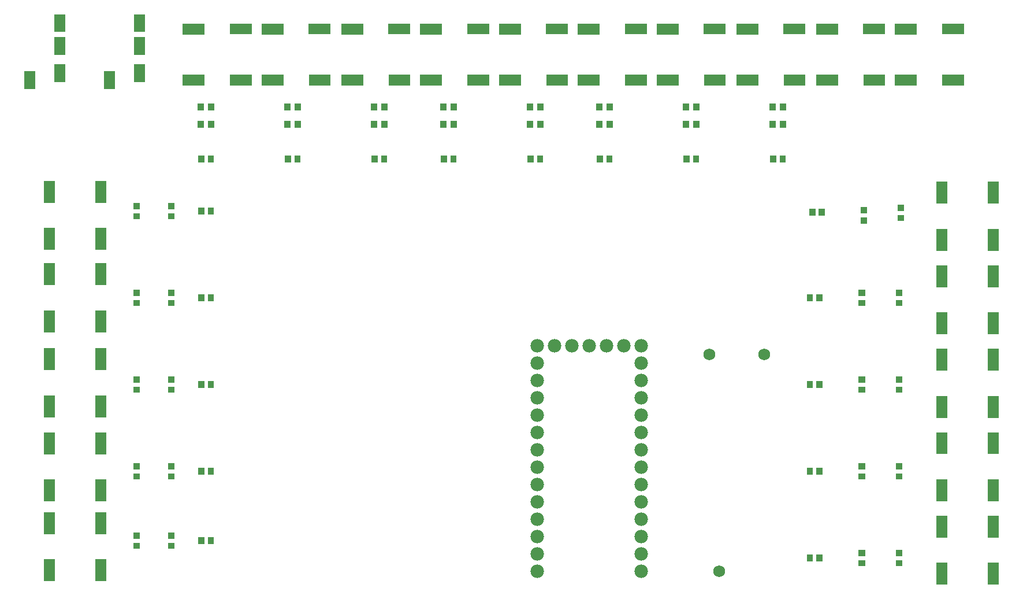
<source format=gts>
G04 Layer: TopSolderMaskLayer*
G04 Gerber Generator version 0.2*
G04 Scale: 100 percent, Rotated: No, Reflected: No *
G04 Dimensions in millimeters *
G04 leading zeros omitted , absolute positions ,4 integer and 5 decimal *
%FSLAX45Y45*%
%MOMM*%

%ADD25R,3.2016X1.6016*%
%ADD28C,1.9812*%
%ADD29C,1.7272*%

%LPD*%
G36*
X-443737Y7223760D02*
G01*
X-443737Y7483855D01*
X-283718Y7483855D01*
X-283718Y7223760D01*
G37*
G36*
X-884681Y7123684D02*
G01*
X-884681Y7384034D01*
X-724662Y7384034D01*
X-724662Y7123684D01*
G37*
G36*
X-443737Y7623810D02*
G01*
X-443737Y7883905D01*
X-283718Y7883905D01*
X-283718Y7623810D01*
G37*
G36*
X-443737Y7957565D02*
G01*
X-443737Y8217915D01*
X-283718Y8217915D01*
X-283718Y7957565D01*
G37*
G36*
X724662Y7223760D02*
G01*
X724662Y7483855D01*
X884681Y7483855D01*
X884681Y7223760D01*
G37*
G36*
X283718Y7123684D02*
G01*
X283718Y7384034D01*
X443737Y7384034D01*
X443737Y7123684D01*
G37*
G36*
X724662Y7623810D02*
G01*
X724662Y7883905D01*
X884681Y7883905D01*
X884681Y7623810D01*
G37*
G36*
X724662Y7957565D02*
G01*
X724662Y8217915D01*
X884681Y8217915D01*
X884681Y7957565D01*
G37*
G36*
X1802892Y5283962D02*
G01*
X1802892Y5384037D01*
X1893062Y5384037D01*
X1893062Y5283962D01*
G37*
G36*
X1662937Y5283962D02*
G01*
X1662937Y5384037D01*
X1753107Y5384037D01*
X1753107Y5283962D01*
G37*
G36*
X10759693Y5271262D02*
G01*
X10759693Y5371337D01*
X10849863Y5371337D01*
X10849863Y5271262D01*
G37*
G36*
X10619486Y5271262D02*
G01*
X10619486Y5371337D01*
X10709656Y5371337D01*
X10709656Y5271262D01*
G37*
G36*
X10724641Y4013962D02*
G01*
X10724641Y4114037D01*
X10814811Y4114037D01*
X10814811Y4013962D01*
G37*
G36*
X10584688Y4013962D02*
G01*
X10584688Y4114037D01*
X10674858Y4114037D01*
X10674858Y4013962D01*
G37*
G36*
X10724641Y2743962D02*
G01*
X10724641Y2844037D01*
X10814811Y2844037D01*
X10814811Y2743962D01*
G37*
G36*
X10584688Y2743962D02*
G01*
X10584688Y2844037D01*
X10674858Y2844037D01*
X10674858Y2743962D01*
G37*
G36*
X10724641Y1473962D02*
G01*
X10724641Y1574037D01*
X10814811Y1574037D01*
X10814811Y1473962D01*
G37*
G36*
X10584688Y1473962D02*
G01*
X10584688Y1574037D01*
X10674858Y1574037D01*
X10674858Y1473962D01*
G37*
G36*
X10724641Y203962D02*
G01*
X10724641Y304037D01*
X10814811Y304037D01*
X10814811Y203962D01*
G37*
G36*
X10584688Y203962D02*
G01*
X10584688Y304037D01*
X10674858Y304037D01*
X10674858Y203962D01*
G37*
G36*
X1802892Y4013962D02*
G01*
X1802892Y4114037D01*
X1893062Y4114037D01*
X1893062Y4013962D01*
G37*
G36*
X1662937Y4013962D02*
G01*
X1662937Y4114037D01*
X1753107Y4114037D01*
X1753107Y4013962D01*
G37*
G36*
X1802892Y2743962D02*
G01*
X1802892Y2844037D01*
X1893062Y2844037D01*
X1893062Y2743962D01*
G37*
G36*
X1662937Y2743962D02*
G01*
X1662937Y2844037D01*
X1753107Y2844037D01*
X1753107Y2743962D01*
G37*
G36*
X1802892Y1473962D02*
G01*
X1802892Y1574037D01*
X1893062Y1574037D01*
X1893062Y1473962D01*
G37*
G36*
X1662937Y1473962D02*
G01*
X1662937Y1574037D01*
X1753107Y1574037D01*
X1753107Y1473962D01*
G37*
G36*
X1802892Y457962D02*
G01*
X1802892Y558037D01*
X1893062Y558037D01*
X1893062Y457962D01*
G37*
G36*
X1662937Y457962D02*
G01*
X1662937Y558037D01*
X1753107Y558037D01*
X1753107Y457962D01*
G37*
G36*
X1802892Y6045962D02*
G01*
X1802892Y6146037D01*
X1893062Y6146037D01*
X1893062Y6045962D01*
G37*
G36*
X1662937Y6045962D02*
G01*
X1662937Y6146037D01*
X1753107Y6146037D01*
X1753107Y6045962D01*
G37*
G36*
X3072891Y6045962D02*
G01*
X3072891Y6146037D01*
X3163061Y6146037D01*
X3163061Y6045962D01*
G37*
G36*
X2932938Y6045962D02*
G01*
X2932938Y6146037D01*
X3023108Y6146037D01*
X3023108Y6045962D01*
G37*
G36*
X4342891Y6045962D02*
G01*
X4342891Y6146037D01*
X4433061Y6146037D01*
X4433061Y6045962D01*
G37*
G36*
X4202938Y6045962D02*
G01*
X4202938Y6146037D01*
X4293108Y6146037D01*
X4293108Y6045962D01*
G37*
G36*
X5358891Y6045962D02*
G01*
X5358891Y6146037D01*
X5449061Y6146037D01*
X5449061Y6045962D01*
G37*
G36*
X5218938Y6045962D02*
G01*
X5218938Y6146037D01*
X5309108Y6146037D01*
X5309108Y6045962D01*
G37*
G36*
X6628891Y6045962D02*
G01*
X6628891Y6146037D01*
X6719061Y6146037D01*
X6719061Y6045962D01*
G37*
G36*
X6488938Y6045962D02*
G01*
X6488938Y6146037D01*
X6579108Y6146037D01*
X6579108Y6045962D01*
G37*
G36*
X7644891Y6045962D02*
G01*
X7644891Y6146037D01*
X7735061Y6146037D01*
X7735061Y6045962D01*
G37*
G36*
X7504938Y6045962D02*
G01*
X7504938Y6146037D01*
X7595108Y6146037D01*
X7595108Y6045962D01*
G37*
G36*
X8914891Y6045962D02*
G01*
X8914891Y6146037D01*
X9005061Y6146037D01*
X9005061Y6045962D01*
G37*
G36*
X8774938Y6045962D02*
G01*
X8774938Y6146037D01*
X8865108Y6146037D01*
X8865108Y6045962D01*
G37*
G36*
X10184891Y6045962D02*
G01*
X10184891Y6146037D01*
X10275061Y6146037D01*
X10275061Y6045962D01*
G37*
G36*
X10044938Y6045962D02*
G01*
X10044938Y6146037D01*
X10135108Y6146037D01*
X10135108Y6045962D01*
G37*
G36*
X12486131Y-136905D02*
G01*
X12486131Y183387D01*
X12646406Y183387D01*
X12646406Y-136905D01*
G37*
G36*
X13236193Y553212D02*
G01*
X13236193Y873505D01*
X13396468Y873505D01*
X13396468Y553212D01*
G37*
G36*
X12486131Y553212D02*
G01*
X12486131Y873505D01*
X12646406Y873505D01*
X12646406Y553212D01*
G37*
G36*
X13236193Y-136905D02*
G01*
X13236193Y183387D01*
X13396468Y183387D01*
X13396468Y-136905D01*
G37*
G36*
X12486131Y1085595D02*
G01*
X12486131Y1405636D01*
X12646406Y1405636D01*
X12646406Y1085595D01*
G37*
G36*
X13236193Y1775713D02*
G01*
X13236193Y2095754D01*
X13396468Y2095754D01*
X13396468Y1775713D01*
G37*
G36*
X12486131Y1775713D02*
G01*
X12486131Y2095754D01*
X12646406Y2095754D01*
X12646406Y1775713D01*
G37*
G36*
X13236193Y1085595D02*
G01*
X13236193Y1405636D01*
X13396468Y1405636D01*
X13396468Y1085595D01*
G37*
G36*
X12486131Y2307844D02*
G01*
X12486131Y2628137D01*
X12646406Y2628137D01*
X12646406Y2307844D01*
G37*
G36*
X13236193Y2997962D02*
G01*
X13236193Y3318255D01*
X13396468Y3318255D01*
X13396468Y2997962D01*
G37*
G36*
X12486131Y2997962D02*
G01*
X12486131Y3318255D01*
X12646406Y3318255D01*
X12646406Y2997962D01*
G37*
G36*
X13236193Y2307844D02*
G01*
X13236193Y2628137D01*
X13396468Y2628137D01*
X13396468Y2307844D01*
G37*
G36*
X12486131Y3530345D02*
G01*
X12486131Y3850386D01*
X12646406Y3850386D01*
X12646406Y3530345D01*
G37*
G36*
X13236193Y4220463D02*
G01*
X13236193Y4540504D01*
X13396468Y4540504D01*
X13396468Y4220463D01*
G37*
G36*
X12486131Y4220463D02*
G01*
X12486131Y4540504D01*
X12646406Y4540504D01*
X12646406Y4220463D01*
G37*
G36*
X13236193Y3530345D02*
G01*
X13236193Y3850386D01*
X13396468Y3850386D01*
X13396468Y3530345D01*
G37*
G36*
X12486131Y4752594D02*
G01*
X12486131Y5072887D01*
X12646406Y5072887D01*
X12646406Y4752594D01*
G37*
G36*
X13236193Y5442712D02*
G01*
X13236193Y5763005D01*
X13396468Y5763005D01*
X13396468Y5442712D01*
G37*
G36*
X12486131Y5442712D02*
G01*
X12486131Y5763005D01*
X12646406Y5763005D01*
X12646406Y5442712D01*
G37*
G36*
X13236193Y4752594D02*
G01*
X13236193Y5072887D01*
X13396468Y5072887D01*
X13396468Y4752594D01*
G37*
G36*
X155194Y5455412D02*
G01*
X155194Y5775705D01*
X315468Y5775705D01*
X315468Y5455412D01*
G37*
G36*
X-594868Y4765294D02*
G01*
X-594868Y5085587D01*
X-434594Y5085587D01*
X-434594Y4765294D01*
G37*
G36*
X155194Y4765294D02*
G01*
X155194Y5085587D01*
X315468Y5085587D01*
X315468Y4765294D01*
G37*
G36*
X-594868Y5455412D02*
G01*
X-594868Y5775705D01*
X-434594Y5775705D01*
X-434594Y5455412D01*
G37*
G36*
X155194Y4248912D02*
G01*
X155194Y4569205D01*
X315468Y4569205D01*
X315468Y4248912D01*
G37*
G36*
X-594868Y3558794D02*
G01*
X-594868Y3879087D01*
X-434594Y3879087D01*
X-434594Y3558794D01*
G37*
G36*
X155194Y3558794D02*
G01*
X155194Y3879087D01*
X315468Y3879087D01*
X315468Y3558794D01*
G37*
G36*
X-594868Y4248912D02*
G01*
X-594868Y4569205D01*
X-434594Y4569205D01*
X-434594Y4248912D01*
G37*
G36*
X155194Y3004312D02*
G01*
X155194Y3324605D01*
X315468Y3324605D01*
X315468Y3004312D01*
G37*
G36*
X-594868Y2314194D02*
G01*
X-594868Y2634487D01*
X-434594Y2634487D01*
X-434594Y2314194D01*
G37*
G36*
X155194Y2314194D02*
G01*
X155194Y2634487D01*
X315468Y2634487D01*
X315468Y2314194D01*
G37*
G36*
X-594868Y3004312D02*
G01*
X-594868Y3324605D01*
X-434594Y3324605D01*
X-434594Y3004312D01*
G37*
G36*
X155194Y1772412D02*
G01*
X155194Y2092705D01*
X315468Y2092705D01*
X315468Y1772412D01*
G37*
G36*
X-594868Y1082294D02*
G01*
X-594868Y1402587D01*
X-434594Y1402587D01*
X-434594Y1082294D01*
G37*
G36*
X155194Y1082294D02*
G01*
X155194Y1402587D01*
X315468Y1402587D01*
X315468Y1082294D01*
G37*
G36*
X-594868Y1772412D02*
G01*
X-594868Y2092705D01*
X-434594Y2092705D01*
X-434594Y1772412D01*
G37*
G36*
X155194Y604012D02*
G01*
X155194Y924305D01*
X315468Y924305D01*
X315468Y604012D01*
G37*
G36*
X-594868Y-86105D02*
G01*
X-594868Y234187D01*
X-434594Y234187D01*
X-434594Y-86105D01*
G37*
G36*
X155194Y-86105D02*
G01*
X155194Y234187D01*
X315468Y234187D01*
X315468Y-86105D01*
G37*
G36*
X-594868Y604012D02*
G01*
X-594868Y924305D01*
X-434594Y924305D01*
X-434594Y604012D01*
G37*
G36*
X2128011Y7170928D02*
G01*
X2128011Y7330947D01*
X2448306Y7330947D01*
X2448306Y7170928D01*
G37*
G36*
X1437894Y7920989D02*
G01*
X1437894Y8081010D01*
X1758187Y8081010D01*
X1758187Y7920989D01*
G37*
G36*
X1437894Y7170928D02*
G01*
X1437894Y7330947D01*
X1758187Y7330947D01*
X1758187Y7170928D01*
G37*
D25*
G01*
X2288108Y8000949D03*
G36*
X3283711Y7170928D02*
G01*
X3283711Y7330947D01*
X3604006Y7330947D01*
X3604006Y7170928D01*
G37*
G36*
X2593593Y7920989D02*
G01*
X2593593Y8081010D01*
X2913888Y8081010D01*
X2913888Y7920989D01*
G37*
G36*
X2593593Y7170928D02*
G01*
X2593593Y7330947D01*
X2913888Y7330947D01*
X2913888Y7170928D01*
G37*
G01*
X3443808Y8000949D03*
G36*
X4452111Y7170928D02*
G01*
X4452111Y7330947D01*
X4772406Y7330947D01*
X4772406Y7170928D01*
G37*
G36*
X3761993Y7920989D02*
G01*
X3761993Y8081010D01*
X4082288Y8081010D01*
X4082288Y7920989D01*
G37*
G36*
X3761993Y7170928D02*
G01*
X3761993Y7330947D01*
X4082288Y7330947D01*
X4082288Y7170928D01*
G37*
G01*
X4612208Y8000949D03*
G36*
X5607811Y7170928D02*
G01*
X5607811Y7330947D01*
X5928106Y7330947D01*
X5928106Y7170928D01*
G37*
G36*
X4917693Y7920989D02*
G01*
X4917693Y8081010D01*
X5237988Y8081010D01*
X5237988Y7920989D01*
G37*
G36*
X4917693Y7170928D02*
G01*
X4917693Y7330947D01*
X5237988Y7330947D01*
X5237988Y7170928D01*
G37*
G01*
X5767908Y8000949D03*
G36*
X6763511Y7170928D02*
G01*
X6763511Y7330947D01*
X7083806Y7330947D01*
X7083806Y7170928D01*
G37*
G36*
X6073393Y7920989D02*
G01*
X6073393Y8081010D01*
X6393688Y8081010D01*
X6393688Y7920989D01*
G37*
G36*
X6073393Y7170928D02*
G01*
X6073393Y7330947D01*
X6393688Y7330947D01*
X6393688Y7170928D01*
G37*
G01*
X6923608Y8000949D03*
G36*
X7919211Y7170928D02*
G01*
X7919211Y7330947D01*
X8239506Y7330947D01*
X8239506Y7170928D01*
G37*
G36*
X7229093Y7920989D02*
G01*
X7229093Y8081010D01*
X7549388Y8081010D01*
X7549388Y7920989D01*
G37*
G36*
X7229093Y7170928D02*
G01*
X7229093Y7330947D01*
X7549388Y7330947D01*
X7549388Y7170928D01*
G37*
G01*
X8079308Y8000949D03*
G36*
X9074911Y7170928D02*
G01*
X9074911Y7330947D01*
X9395206Y7330947D01*
X9395206Y7170928D01*
G37*
G36*
X8384793Y7920989D02*
G01*
X8384793Y8081010D01*
X8705088Y8081010D01*
X8705088Y7920989D01*
G37*
G36*
X8384793Y7170928D02*
G01*
X8384793Y7330947D01*
X8705088Y7330947D01*
X8705088Y7170928D01*
G37*
G01*
X9235008Y8000949D03*
G36*
X10243311Y7170928D02*
G01*
X10243311Y7330947D01*
X10563606Y7330947D01*
X10563606Y7170928D01*
G37*
G36*
X9553193Y7920989D02*
G01*
X9553193Y8081010D01*
X9873488Y8081010D01*
X9873488Y7920989D01*
G37*
G36*
X9553193Y7170928D02*
G01*
X9553193Y7330947D01*
X9873488Y7330947D01*
X9873488Y7170928D01*
G37*
G01*
X10403408Y8000949D03*
G36*
X11411711Y7170928D02*
G01*
X11411711Y7330947D01*
X11732006Y7330947D01*
X11732006Y7170928D01*
G37*
G36*
X10721593Y7920989D02*
G01*
X10721593Y8081010D01*
X11041888Y8081010D01*
X11041888Y7920989D01*
G37*
G36*
X10721593Y7170928D02*
G01*
X10721593Y7330947D01*
X11041888Y7330947D01*
X11041888Y7170928D01*
G37*
G01*
X11571808Y8000949D03*
G36*
X12567411Y7170928D02*
G01*
X12567411Y7330947D01*
X12887706Y7330947D01*
X12887706Y7170928D01*
G37*
G36*
X11877293Y7920989D02*
G01*
X11877293Y8081010D01*
X12197588Y8081010D01*
X12197588Y7920989D01*
G37*
G36*
X11877293Y7170928D02*
G01*
X11877293Y7330947D01*
X12197588Y7330947D01*
X12197588Y7170928D01*
G37*
G01*
X12727508Y8000949D03*
G36*
X1221739Y5363971D02*
G01*
X1221739Y5454650D01*
X1318260Y5454650D01*
X1318260Y5363971D01*
G37*
G36*
X1221739Y5213350D02*
G01*
X1221739Y5304028D01*
X1318260Y5304028D01*
X1318260Y5213350D01*
G37*
G36*
X713739Y5363971D02*
G01*
X713739Y5454650D01*
X810260Y5454650D01*
X810260Y5363971D01*
G37*
G36*
X713739Y5213350D02*
G01*
X713739Y5304028D01*
X810260Y5304028D01*
X810260Y5213350D01*
G37*
G36*
X11372088Y5300471D02*
G01*
X11372088Y5391150D01*
X11468861Y5391150D01*
X11468861Y5300471D01*
G37*
G36*
X11372088Y5149850D02*
G01*
X11372088Y5240528D01*
X11468861Y5240528D01*
X11468861Y5149850D01*
G37*
G36*
X11915140Y5338571D02*
G01*
X11915140Y5429250D01*
X12011659Y5429250D01*
X12011659Y5338571D01*
G37*
G36*
X11915140Y5187950D02*
G01*
X11915140Y5278628D01*
X12011659Y5278628D01*
X12011659Y5187950D01*
G37*
G36*
X11343640Y4093971D02*
G01*
X11343640Y4184650D01*
X11440159Y4184650D01*
X11440159Y4093971D01*
G37*
G36*
X11343640Y3943350D02*
G01*
X11343640Y4034028D01*
X11440159Y4034028D01*
X11440159Y3943350D01*
G37*
G36*
X11886438Y4093971D02*
G01*
X11886438Y4184650D01*
X11983211Y4184650D01*
X11983211Y4093971D01*
G37*
G36*
X11886438Y3943350D02*
G01*
X11886438Y4034028D01*
X11983211Y4034028D01*
X11983211Y3943350D01*
G37*
G36*
X11343640Y2823971D02*
G01*
X11343640Y2914650D01*
X11440159Y2914650D01*
X11440159Y2823971D01*
G37*
G36*
X11343640Y2673350D02*
G01*
X11343640Y2764028D01*
X11440159Y2764028D01*
X11440159Y2673350D01*
G37*
G36*
X11886438Y2823971D02*
G01*
X11886438Y2914650D01*
X11983211Y2914650D01*
X11983211Y2823971D01*
G37*
G36*
X11886438Y2673350D02*
G01*
X11886438Y2764028D01*
X11983211Y2764028D01*
X11983211Y2673350D01*
G37*
G36*
X11886438Y1553971D02*
G01*
X11886438Y1644650D01*
X11983211Y1644650D01*
X11983211Y1553971D01*
G37*
G36*
X11886438Y1403350D02*
G01*
X11886438Y1494028D01*
X11983211Y1494028D01*
X11983211Y1403350D01*
G37*
G36*
X11343640Y1553971D02*
G01*
X11343640Y1644650D01*
X11440159Y1644650D01*
X11440159Y1553971D01*
G37*
G36*
X11343640Y1403350D02*
G01*
X11343640Y1494028D01*
X11440159Y1494028D01*
X11440159Y1403350D01*
G37*
G36*
X11886438Y283971D02*
G01*
X11886438Y374650D01*
X11983211Y374650D01*
X11983211Y283971D01*
G37*
G36*
X11886438Y133350D02*
G01*
X11886438Y224028D01*
X11983211Y224028D01*
X11983211Y133350D01*
G37*
G36*
X11343640Y283971D02*
G01*
X11343640Y374650D01*
X11440159Y374650D01*
X11440159Y283971D01*
G37*
G36*
X11343640Y133350D02*
G01*
X11343640Y224028D01*
X11440159Y224028D01*
X11440159Y133350D01*
G37*
G36*
X713739Y4093971D02*
G01*
X713739Y4184650D01*
X810260Y4184650D01*
X810260Y4093971D01*
G37*
G36*
X713739Y3943350D02*
G01*
X713739Y4034028D01*
X810260Y4034028D01*
X810260Y3943350D01*
G37*
G36*
X1221739Y4093971D02*
G01*
X1221739Y4184650D01*
X1318260Y4184650D01*
X1318260Y4093971D01*
G37*
G36*
X1221739Y3943350D02*
G01*
X1221739Y4034028D01*
X1318260Y4034028D01*
X1318260Y3943350D01*
G37*
G36*
X1221739Y2823971D02*
G01*
X1221739Y2914650D01*
X1318260Y2914650D01*
X1318260Y2823971D01*
G37*
G36*
X1221739Y2673350D02*
G01*
X1221739Y2764028D01*
X1318260Y2764028D01*
X1318260Y2673350D01*
G37*
G36*
X713739Y2823971D02*
G01*
X713739Y2914650D01*
X810260Y2914650D01*
X810260Y2823971D01*
G37*
G36*
X713739Y2673350D02*
G01*
X713739Y2764028D01*
X810260Y2764028D01*
X810260Y2673350D01*
G37*
G36*
X713739Y1553971D02*
G01*
X713739Y1644650D01*
X810260Y1644650D01*
X810260Y1553971D01*
G37*
G36*
X713739Y1403350D02*
G01*
X713739Y1494028D01*
X810260Y1494028D01*
X810260Y1403350D01*
G37*
G36*
X1221739Y1553971D02*
G01*
X1221739Y1644650D01*
X1318260Y1644650D01*
X1318260Y1553971D01*
G37*
G36*
X1221739Y1403350D02*
G01*
X1221739Y1494028D01*
X1318260Y1494028D01*
X1318260Y1403350D01*
G37*
G36*
X713739Y537971D02*
G01*
X713739Y628650D01*
X810260Y628650D01*
X810260Y537971D01*
G37*
G36*
X713739Y387350D02*
G01*
X713739Y478028D01*
X810260Y478028D01*
X810260Y387350D01*
G37*
G36*
X1221739Y537971D02*
G01*
X1221739Y628650D01*
X1318260Y628650D01*
X1318260Y537971D01*
G37*
G36*
X1221739Y387350D02*
G01*
X1221739Y478028D01*
X1318260Y478028D01*
X1318260Y387350D01*
G37*
G36*
X1807971Y6555739D02*
G01*
X1807971Y6652260D01*
X1898650Y6652260D01*
X1898650Y6555739D01*
G37*
G36*
X1657350Y6555739D02*
G01*
X1657350Y6652260D01*
X1748028Y6652260D01*
X1748028Y6555739D01*
G37*
G36*
X1807971Y6809739D02*
G01*
X1807971Y6906260D01*
X1898650Y6906260D01*
X1898650Y6809739D01*
G37*
G36*
X1657350Y6809739D02*
G01*
X1657350Y6906260D01*
X1748028Y6906260D01*
X1748028Y6809739D01*
G37*
G36*
X3077972Y6809739D02*
G01*
X3077972Y6906260D01*
X3168650Y6906260D01*
X3168650Y6809739D01*
G37*
G36*
X2927350Y6809739D02*
G01*
X2927350Y6906260D01*
X3018027Y6906260D01*
X3018027Y6809739D01*
G37*
G36*
X3077972Y6555739D02*
G01*
X3077972Y6652260D01*
X3168650Y6652260D01*
X3168650Y6555739D01*
G37*
G36*
X2927350Y6555739D02*
G01*
X2927350Y6652260D01*
X3018027Y6652260D01*
X3018027Y6555739D01*
G37*
G36*
X4347972Y6809739D02*
G01*
X4347972Y6906260D01*
X4438650Y6906260D01*
X4438650Y6809739D01*
G37*
G36*
X4197350Y6809739D02*
G01*
X4197350Y6906260D01*
X4288027Y6906260D01*
X4288027Y6809739D01*
G37*
G36*
X4347972Y6555739D02*
G01*
X4347972Y6652260D01*
X4438650Y6652260D01*
X4438650Y6555739D01*
G37*
G36*
X4197350Y6555739D02*
G01*
X4197350Y6652260D01*
X4288027Y6652260D01*
X4288027Y6555739D01*
G37*
G36*
X5363972Y6809739D02*
G01*
X5363972Y6906260D01*
X5454650Y6906260D01*
X5454650Y6809739D01*
G37*
G36*
X5213350Y6809739D02*
G01*
X5213350Y6906260D01*
X5304027Y6906260D01*
X5304027Y6809739D01*
G37*
G36*
X5363972Y6555739D02*
G01*
X5363972Y6652260D01*
X5454650Y6652260D01*
X5454650Y6555739D01*
G37*
G36*
X5213350Y6555739D02*
G01*
X5213350Y6652260D01*
X5304027Y6652260D01*
X5304027Y6555739D01*
G37*
G36*
X6633972Y6809739D02*
G01*
X6633972Y6906260D01*
X6724650Y6906260D01*
X6724650Y6809739D01*
G37*
G36*
X6483350Y6809739D02*
G01*
X6483350Y6906260D01*
X6574027Y6906260D01*
X6574027Y6809739D01*
G37*
G36*
X6633972Y6555739D02*
G01*
X6633972Y6652260D01*
X6724650Y6652260D01*
X6724650Y6555739D01*
G37*
G36*
X6483350Y6555739D02*
G01*
X6483350Y6652260D01*
X6574027Y6652260D01*
X6574027Y6555739D01*
G37*
G36*
X7649972Y6809739D02*
G01*
X7649972Y6906260D01*
X7740650Y6906260D01*
X7740650Y6809739D01*
G37*
G36*
X7499350Y6809739D02*
G01*
X7499350Y6906260D01*
X7590027Y6906260D01*
X7590027Y6809739D01*
G37*
G36*
X7649972Y6555739D02*
G01*
X7649972Y6652260D01*
X7740650Y6652260D01*
X7740650Y6555739D01*
G37*
G36*
X7499350Y6555739D02*
G01*
X7499350Y6652260D01*
X7590027Y6652260D01*
X7590027Y6555739D01*
G37*
G36*
X8919972Y6809739D02*
G01*
X8919972Y6906260D01*
X9010650Y6906260D01*
X9010650Y6809739D01*
G37*
G36*
X8769350Y6809739D02*
G01*
X8769350Y6906260D01*
X8860027Y6906260D01*
X8860027Y6809739D01*
G37*
G36*
X8919972Y6555739D02*
G01*
X8919972Y6652260D01*
X9010650Y6652260D01*
X9010650Y6555739D01*
G37*
G36*
X8769350Y6555739D02*
G01*
X8769350Y6652260D01*
X8860027Y6652260D01*
X8860027Y6555739D01*
G37*
G36*
X10189972Y6809739D02*
G01*
X10189972Y6906260D01*
X10280650Y6906260D01*
X10280650Y6809739D01*
G37*
G36*
X10039350Y6809739D02*
G01*
X10039350Y6906260D01*
X10130027Y6906260D01*
X10130027Y6809739D01*
G37*
G36*
X10189972Y6555739D02*
G01*
X10189972Y6652260D01*
X10280650Y6652260D01*
X10280650Y6555739D01*
G37*
G36*
X10039350Y6555739D02*
G01*
X10039350Y6652260D01*
X10130027Y6652260D01*
X10130027Y6555739D01*
G37*
D28*
G01*
X8153400Y317500D03*
G01*
X8153400Y571500D03*
G01*
X8153400Y825500D03*
G01*
X8153400Y1079500D03*
G01*
X7645400Y3365500D03*
G01*
X6629400Y571500D03*
G01*
X8153400Y1333500D03*
G01*
X8153400Y1587500D03*
G01*
X8153400Y1841500D03*
G01*
X8153400Y2095500D03*
G01*
X8153400Y2349500D03*
G01*
X8153400Y2603500D03*
G01*
X8153400Y2857500D03*
G01*
X8153400Y3111500D03*
G01*
X8153400Y3365500D03*
G01*
X6629400Y3365500D03*
G01*
X6629400Y3111500D03*
G01*
X6629400Y2857500D03*
G01*
X6629400Y2603500D03*
G01*
X6629400Y2349500D03*
G01*
X6629400Y2095500D03*
G01*
X6629400Y1841500D03*
G01*
X6629400Y1587500D03*
G01*
X6629400Y1333500D03*
G01*
X6629400Y1079500D03*
G01*
X6629400Y825500D03*
G01*
X6883400Y3365500D03*
G01*
X6629400Y317500D03*
G01*
X7391400Y3365500D03*
G01*
X8153400Y63500D03*
G01*
X7137400Y3365500D03*
G01*
X7899400Y3365500D03*
G01*
X6629400Y63500D03*
D29*
G01*
X9296400Y63500D03*
G01*
X9156700Y3238500D03*
G01*
X9956800Y3238500D03*
M02*

</source>
